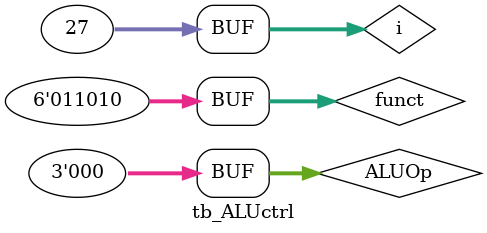
<source format=v>
module tb_ALUctrl;
reg [5:0] funct;
reg [2:0] ALUOp;
wire [5:0] operation;
integer i;

ALUctrl uut(
    funct,
    ALUOp,
    operation
);

initial begin
    ALUOp = 3'b010;
    for(i=21;i<27;i=i+1)begin
        #10
        funct = i;
    end
    #10
    ALUOp = 3'b000;
end

endmodule
</source>
